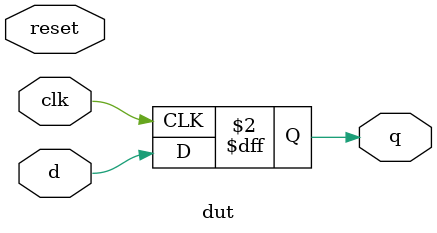
<source format=v>

`timescale 1ns/1ps
module dut (
  input wire clk,
  input wire d,
  input reset,
  output reg q
);
  always @(posedge clk) begin
    q <= d;
  end
endmodule

</source>
